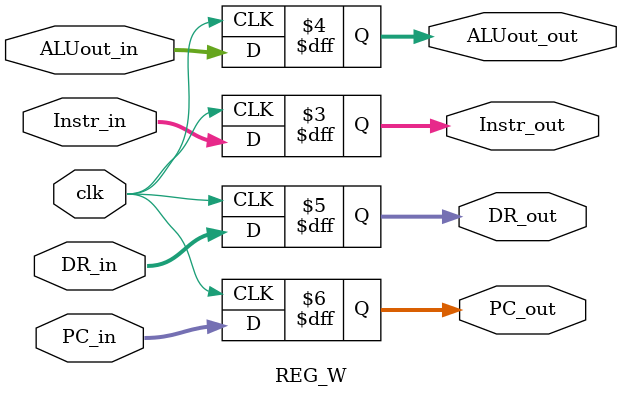
<source format=v>
`timescale 1ns / 1ps
`include"CTRL.v"
module REG_W(clk, Instr_in, ALUout_in, DR_in,PC_in,Instr_out, ALUout_out,DR_out,PC_out);
    input clk;
    input [31:0] Instr_in;
    input [31:0] ALUout_in;
    input [31:0] DR_in;
	 input [31:0] PC_in;
    output reg [31:0] Instr_out;
    output reg [31:0] ALUout_out;
    output reg [31:0] DR_out;
	 output reg [31:0] PC_out;
	 initial begin
        Instr_out=0;
        ALUout_out=0;
        DR_out=0;
		  PC_out=0;
    end

    always@(posedge clk) begin
        Instr_out<=Instr_in;
        ALUout_out<=ALUout_in;
        DR_out<=DR_in;
		  PC_out<=PC_in;
    end
    
   
endmodule

</source>
